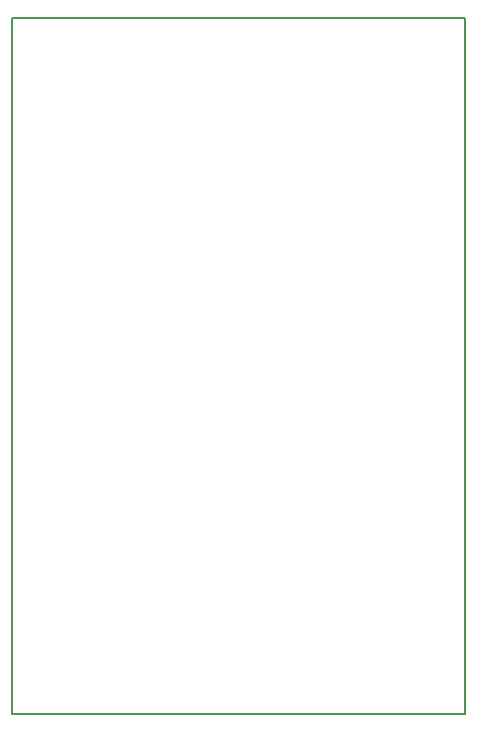
<source format=gm1>
G04 #@! TF.GenerationSoftware,KiCad,Pcbnew,5.0.0-fee4fd1~66~ubuntu14.04.1*
G04 #@! TF.CreationDate,2018-10-15T15:43:49-07:00*
G04 #@! TF.ProjectId,count,636F756E742E6B696361645F70636200,rev?*
G04 #@! TF.SameCoordinates,Original*
G04 #@! TF.FileFunction,Profile,NP*
%FSLAX46Y46*%
G04 Gerber Fmt 4.6, Leading zero omitted, Abs format (unit mm)*
G04 Created by KiCad (PCBNEW 5.0.0-fee4fd1~66~ubuntu14.04.1) date Mon Oct 15 15:43:49 2018*
%MOMM*%
%LPD*%
G01*
G04 APERTURE LIST*
%ADD10C,0.150000*%
G04 APERTURE END LIST*
D10*
X123698000Y-65024000D02*
X123698000Y-123952000D01*
X162052000Y-123952000D02*
X123698000Y-123952000D01*
X162052000Y-65024000D02*
X162052000Y-123952000D01*
X123698000Y-65024000D02*
X162052000Y-65024000D01*
M02*

</source>
